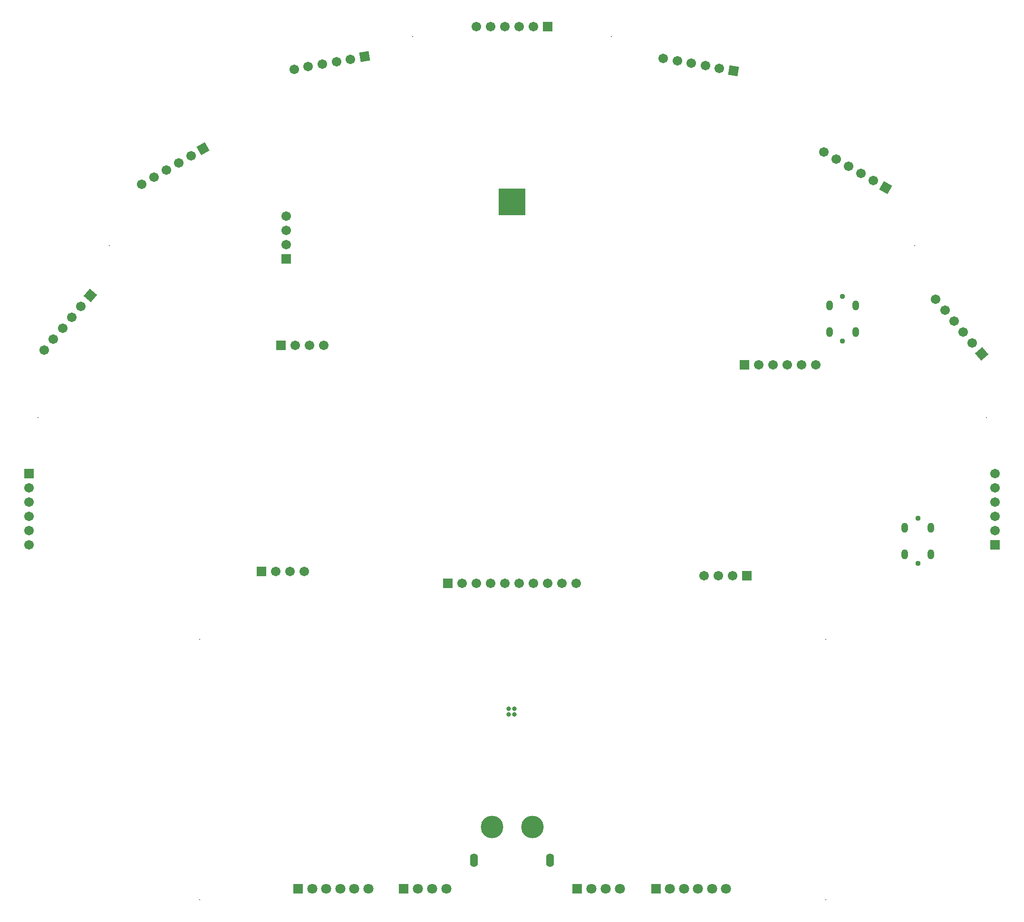
<source format=gbs>
G04*
G04 #@! TF.GenerationSoftware,Altium Limited,Altium Designer,20.1.11 (218)*
G04*
G04 Layer_Color=16711935*
%FSLAX24Y24*%
%MOIN*%
G70*
G04*
G04 #@! TF.SameCoordinates,BD3A0D93-D2E9-4D9D-BC1F-92CABD7513BA*
G04*
G04*
G04 #@! TF.FilePolarity,Negative*
G04*
G01*
G75*
%ADD96R,0.1852X0.1852*%
%ADD116R,0.0710X0.0710*%
%ADD117C,0.0710*%
%ADD118R,0.0671X0.0671*%
%ADD119C,0.0671*%
%ADD120C,0.0375*%
%ADD121O,0.0474X0.0710*%
%ADD122R,0.0671X0.0671*%
%ADD123C,0.1576*%
%ADD124O,0.0552X0.0946*%
%ADD125P,0.0948X4X175.0*%
%ADD126P,0.0948X4X195.0*%
%ADD127P,0.0948X4X215.0*%
%ADD128P,0.0948X4X235.0*%
%ADD129P,0.0948X4X255.0*%
%ADD130P,0.0948X4X275.0*%
%ADD131C,0.0080*%
%ADD132C,0.0320*%
D96*
X10Y26770D02*
D03*
D116*
X4560Y-21453D02*
D03*
X-7580D02*
D03*
X10101D02*
D03*
X-14993D02*
D03*
D117*
X5560D02*
D03*
X6560D02*
D03*
X7560D02*
D03*
X-6580D02*
D03*
X-5580D02*
D03*
X-4580D02*
D03*
X15023D02*
D03*
X14039D02*
D03*
X13054D02*
D03*
X12070D02*
D03*
X11086D02*
D03*
X-14009D02*
D03*
X-13024D02*
D03*
X-12040D02*
D03*
X-11056D02*
D03*
X-10072D02*
D03*
D118*
X2510Y39058D02*
D03*
X16290Y15330D02*
D03*
X16480Y530D02*
D03*
X-17550Y820D02*
D03*
X-16180Y16690D02*
D03*
X-4500Y0D02*
D03*
D119*
X1510Y39058D02*
D03*
X510D02*
D03*
X-490D02*
D03*
X-1490D02*
D03*
X-2490D02*
D03*
X17290Y15330D02*
D03*
X18290D02*
D03*
X19290D02*
D03*
X20290D02*
D03*
X21290D02*
D03*
X15480Y530D02*
D03*
X14480D02*
D03*
X13480D02*
D03*
X-14550Y820D02*
D03*
X-15550D02*
D03*
X-16550D02*
D03*
X-13180Y16690D02*
D03*
X-14180D02*
D03*
X-15180D02*
D03*
X-15820Y25750D02*
D03*
Y24750D02*
D03*
Y23750D02*
D03*
X-2500Y0D02*
D03*
X4500D02*
D03*
X3500D02*
D03*
X2500D02*
D03*
X1500D02*
D03*
X500D02*
D03*
X-500D02*
D03*
X-1500D02*
D03*
X-3500D02*
D03*
X33868Y3710D02*
D03*
Y4710D02*
D03*
Y5710D02*
D03*
Y6710D02*
D03*
Y7710D02*
D03*
X32286Y16858D02*
D03*
X31643Y17624D02*
D03*
X31000Y18390D02*
D03*
X30357Y19156D02*
D03*
X29714Y19922D02*
D03*
X25328Y28270D02*
D03*
X24462Y28770D02*
D03*
X23596Y29270D02*
D03*
X22730Y29770D02*
D03*
X21864Y30270D02*
D03*
X14554Y36139D02*
D03*
X13570Y36313D02*
D03*
X12585Y36486D02*
D03*
X11600Y36660D02*
D03*
X10615Y36834D02*
D03*
X-15264Y36079D02*
D03*
X-14280Y36253D02*
D03*
X-13295Y36426D02*
D03*
X-12310Y36600D02*
D03*
X-11325Y36774D02*
D03*
X-22510Y29980D02*
D03*
X-23376Y29480D02*
D03*
X-24242Y28980D02*
D03*
X-25108Y28480D02*
D03*
X-25974Y27980D02*
D03*
X-30217Y19426D02*
D03*
X-30860Y18660D02*
D03*
X-31503Y17894D02*
D03*
X-32146Y17128D02*
D03*
X-32788Y16362D02*
D03*
X-33848Y6710D02*
D03*
Y5710D02*
D03*
Y4710D02*
D03*
Y3710D02*
D03*
Y2710D02*
D03*
D120*
X23180Y16985D02*
D03*
Y20135D02*
D03*
X28460Y4551D02*
D03*
Y1402D02*
D03*
D121*
X22263Y17627D02*
D03*
Y19493D02*
D03*
X24097D02*
D03*
Y17627D02*
D03*
X29377Y2044D02*
D03*
Y3910D02*
D03*
X27543D02*
D03*
Y2044D02*
D03*
D122*
X-15820Y22750D02*
D03*
X33868Y2710D02*
D03*
X-33848Y7710D02*
D03*
D123*
X-1407Y-17088D02*
D03*
X1427D02*
D03*
D124*
X-2647Y-19450D02*
D03*
X2667D02*
D03*
D125*
X32928Y16092D02*
D03*
D126*
X26194Y27770D02*
D03*
D127*
X15539Y35965D02*
D03*
D128*
X-10340Y36947D02*
D03*
D129*
X-21644Y30480D02*
D03*
D130*
X-29574Y20192D02*
D03*
D131*
X21990Y-3950D02*
D03*
X28254Y23699D02*
D03*
X21990Y-22190D02*
D03*
X-6950Y38360D02*
D03*
X33260Y11630D02*
D03*
X-21900Y-3950D02*
D03*
X-33240Y11630D02*
D03*
X6970Y38360D02*
D03*
X-21900Y-22190D02*
D03*
X-28234Y23699D02*
D03*
D132*
X-237Y-9197D02*
D03*
X157D02*
D03*
Y-8803D02*
D03*
X-237D02*
D03*
M02*

</source>
